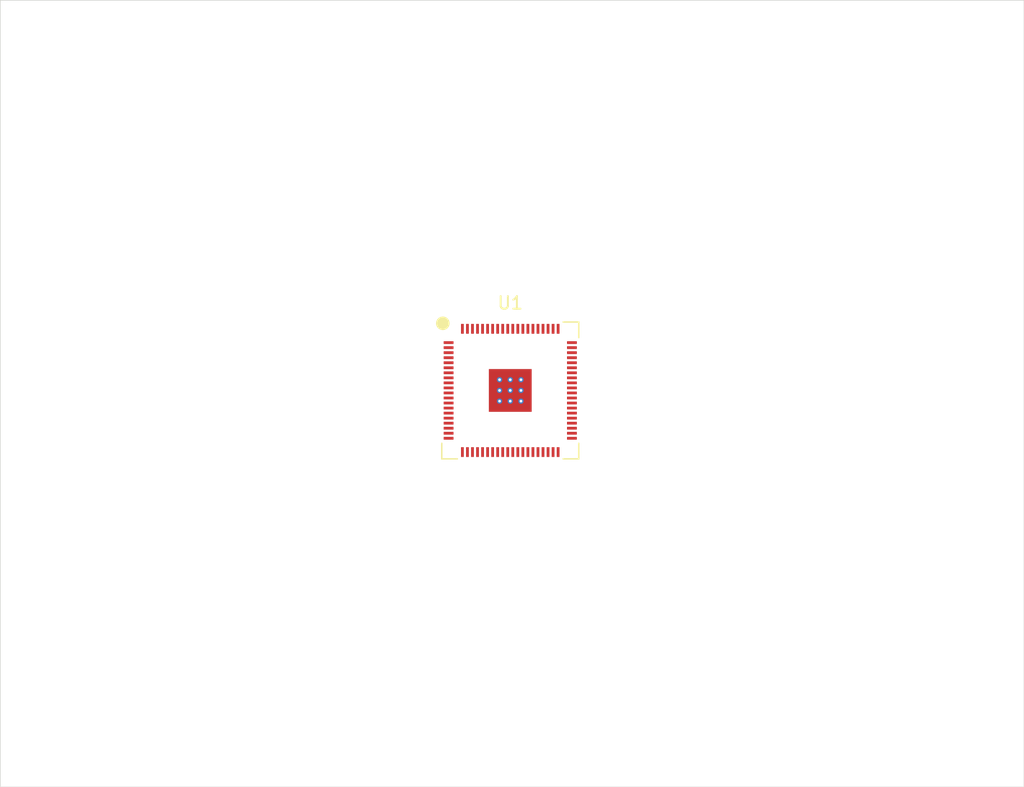
<source format=kicad_pcb>
(kicad_pcb (version 20241229) (generator "pcbnew") (generator_version "9.0")
  (layers (0 "F.Cu" signal) (2 "B.Cu" signal) (13 "F.Paste" user) (15 "B.Paste" user) (5 "F.SilkS" user "F.Silkscreen") (7 "B.SilkS" user "B.Silkscreen") (1 "F.Mask" user) (3 "B.Mask" user) (25 "Edge.Cuts" user))
  (net 0 "")
  (net 1 "GND")
  (net 2 "/RP2350B MCU/GPIO2")
  (net 3 "/RP2350B MCU/GPIO20")
  (net 4 "Net-(U1-USB_DP)")
  (net 5 "+3V3")
  (net 6 "/RP2350B MCU/GPIO23")
  (net 7 "/RP2350B MCU/GPIO22")
  (net 8 "/RP2350B MCU/GPIO37")
  (net 9 "+1V1")
  (net 10 "/RP2350B MCU/XOUT")
  (net 11 "/RP2350B MCU/GPIO30")
  (net 12 "/RP2350B MCU/GPIO46_ADC6")
  (net 13 "/RP2350B MCU/GPIO21")
  (net 14 "/RP2350B MCU/VREG_AVDD")
  (net 15 "/RP2350B MCU/GPIO40_ADC0")
  (net 16 "/RP2350B MCU/GPIO1")
  (net 17 "/RP2350B MCU/GPIO43_ADC3")
  (net 18 "/RP2350B MCU/GPIO45_ADC5")
  (net 19 "/RP2350B MCU/GPIO7")
  (net 20 "/RP2350B MCU/QSPI_SD1")
  (net 21 "/RP2350B MCU/SWCLK")
  (net 22 "/RP2350B MCU/GPIO11")
  (net 23 "/RP2350B MCU/GPIO19")
  (net 24 "/RP2350B MCU/QSPI_SCLK")
  (net 25 "/RP2350B MCU/GPIO24")
  (net 26 "/RP2350B MCU/GPIO27")
  (net 27 "/RP2350B MCU/GPIO15")
  (net 28 "/RP2350B MCU/GPIO25")
  (net 29 "/RP2350B MCU/GPIO26")
  (net 30 "/RP2350B MCU/GPIO34")
  (net 31 "Net-(U1-USB_DM)")
  (net 32 "/RP2350B MCU/GPIO47_ADC7")
  (net 33 "/RP2350B MCU/GPIO36")
  (net 34 "/RP2350B MCU/GPIO17")
  (net 35 "/RP2350B MCU/GPIO9")
  (net 36 "/RP2350B MCU/QSPI_SD3")
  (net 37 "/RP2350B MCU/GPIO44_ADC4")
  (net 38 "/RP2350B MCU/GPIO13")
  (net 39 "/RP2350B MCU/SWDIO")
  (net 40 "/RP2350B MCU/QSPI_SS")
  (net 41 "/RP2350B MCU/GPIO5")
  (net 42 "/RP2350B MCU/GPIO42_ADC2")
  (net 43 "/RP2350B MCU/GPIO12")
  (net 44 "/RP2350B MCU/GPIO32")
  (net 45 "/RP2350B MCU/GPIO14")
  (net 46 "/RP2350B MCU/GPIO16")
  (net 47 "/RP2350B MCU/GPIO39")
  (net 48 "/RP2350B MCU/GPIO31")
  (net 49 "/RP2350B MCU/GPIO8")
  (net 50 "/RP2350B MCU/QSPI_SD2")
  (net 51 "/RP2350B MCU/VREG_LX")
  (net 52 "/RP2350B MCU/XIN")
  (net 53 "/RP2350B MCU/GPIO3")
  (net 54 "/RP2350B MCU/GPIO38")
  (net 55 "/RP2350B MCU/GPIO35")
  (net 56 "/RP2350B MCU/GPIO4")
  (net 57 "/RP2350B MCU/GPIO0")
  (net 58 "/RP2350B MCU/QSPI_SD0")
  (net 59 "/RP2350B MCU/GPIO6")
  (net 60 "/RP2350B MCU/GPIO41_ADC1")
  (net 61 "/RP2350B MCU/GPIO33")
  (net 62 "/RP2350B MCU/GPIO10")
  (net 63 "/RP2350B MCU/GPIO28")
  (net 64 "/RP2350B MCU/GPIO29")
  (net 65 "/RP2350B MCU/GPIO18")
  (net 66 "/RP2350B MCU/RUN")
  (footprint "REGI:RP2350B_QFN-80_EP_10.573x10.573_Pitch0.4mm" (layer "F.Cu") (at 135.65 92.0535)
    (property "Reference" "U1" (at 0 -6.95 0) (layer "F.SilkS"))
    (property "Value" "RP2350B-QFN80")
    (fp_line (start -5.4365 5.4365) (end -5.4365 4.2) (stroke (width 0.12)) (layer "F.SilkS"))
    (fp_line (start -4.2 5.4365) (end -5.4365 5.4365) (stroke (width 0.12)) (layer "F.SilkS"))
    (fp_line (start 4.2 -5.4365) (end 5.4365 -5.4365) (stroke (width 0.12)) (layer "F.SilkS"))
    (fp_line (start 4.2 5.4365) (end 5.4365 5.4365) (stroke (width 0.12)) (layer "F.SilkS"))
    (fp_line (start 5.4365 -5.4365) (end 5.4365 -4.2) (stroke (width 0.12)) (layer "F.SilkS"))
    (fp_line (start 5.4365 5.4365) (end 5.4365 4.2) (stroke (width 0.12)) (layer "F.SilkS"))
    (fp_circle (center -5.356046 -5.334) (end -4.8768 -5.334) (stroke (width 0.12)) (fill yes) (layer "F.SilkS"))
    (pad "1" smd rect (at -4.8965 -3.8 90) (size 0.22 0.78) (layers "F.Cu" "F.Mask" "F.Paste") (net 56 "/RP2350B MCU/GPIO4"))
    (pad "2" smd rect (at -4.8965 -3.4 90) (size 0.22 0.78) (layers "F.Cu" "F.Mask" "F.Paste") (net 41 "/RP2350B MCU/GPIO5"))
    (pad "3" smd rect (at -4.8965 -3 90) (size 0.22 0.78) (layers "F.Cu" "F.Mask" "F.Paste") (net 59 "/RP2350B MCU/GPIO6"))
    (pad "4" smd rect (at -4.8965 -2.6 90) (size 0.22 0.78) (layers "F.Cu" "F.Mask" "F.Paste") (net 19 "/RP2350B MCU/GPIO7"))
    (pad "5" smd rect (at -4.8965 -2.2 90) (size 0.22 0.78) (layers "F.Cu" "F.Mask" "F.Paste") (net 5 "+3V3"))
    (pad "6" smd rect (at -4.8965 -1.8 90) (size 0.22 0.78) (layers "F.Cu" "F.Mask" "F.Paste") (net 49 "/RP2350B MCU/GPIO8"))
    (pad "7" smd rect (at -4.8965 -1.4 90) (size 0.22 0.78) (layers "F.Cu" "F.Mask" "F.Paste") (net 35 "/RP2350B MCU/GPIO9"))
    (pad "8" smd rect (at -4.8965 -1 90) (size 0.22 0.78) (layers "F.Cu" "F.Mask" "F.Paste") (net 62 "/RP2350B MCU/GPIO10"))
    (pad "9" smd rect (at -4.8965 -0.6 90) (size 0.22 0.78) (layers "F.Cu" "F.Mask" "F.Paste") (net 22 "/RP2350B MCU/GPIO11"))
    (pad "10" smd rect (at -4.8965 -0.2 90) (size 0.22 0.78) (layers "F.Cu" "F.Mask" "F.Paste") (net 9 "+1V1"))
    (pad "11" smd rect (at -4.8965 0.2 90) (size 0.22 0.78) (layers "F.Cu" "F.Mask" "F.Paste") (net 43 "/RP2350B MCU/GPIO12"))
    (pad "12" smd rect (at -4.8965 0.6 90) (size 0.22 0.78) (layers "F.Cu" "F.Mask" "F.Paste") (net 38 "/RP2350B MCU/GPIO13"))
    (pad "13" smd rect (at -4.8965 1 90) (size 0.22 0.78) (layers "F.Cu" "F.Mask" "F.Paste") (net 45 "/RP2350B MCU/GPIO14"))
    (pad "14" smd rect (at -4.8965 1.4 90) (size 0.22 0.78) (layers "F.Cu" "F.Mask" "F.Paste") (net 27 "/RP2350B MCU/GPIO15"))
    (pad "15" smd rect (at -4.8965 1.8 90) (size 0.22 0.78) (layers "F.Cu" "F.Mask" "F.Paste") (net 5 "+3V3"))
    (pad "16" smd rect (at -4.8965 2.2 90) (size 0.22 0.78) (layers "F.Cu" "F.Mask" "F.Paste") (net 46 "/RP2350B MCU/GPIO16"))
    (pad "17" smd rect (at -4.8965 2.6 90) (size 0.22 0.78) (layers "F.Cu" "F.Mask" "F.Paste") (net 34 "/RP2350B MCU/GPIO17"))
    (pad "18" smd rect (at -4.8965 3 90) (size 0.22 0.78) (layers "F.Cu" "F.Mask" "F.Paste") (net 65 "/RP2350B MCU/GPIO18"))
    (pad "19" smd rect (at -4.8965 3.4 90) (size 0.22 0.78) (layers "F.Cu" "F.Mask" "F.Paste") (net 23 "/RP2350B MCU/GPIO19"))
    (pad "20" smd rect (at -4.8965 3.8 90) (size 0.22 0.78) (layers "F.Cu" "F.Mask" "F.Paste") (net 3 "/RP2350B MCU/GPIO20"))
    (pad "21" smd rect (at -3.8 4.8965) (size 0.22 0.78) (layers "F.Cu" "F.Mask" "F.Paste") (net 13 "/RP2350B MCU/GPIO21"))
    (pad "22" smd rect (at -3.4 4.8965) (size 0.22 0.78) (layers "F.Cu" "F.Mask" "F.Paste") (net 7 "/RP2350B MCU/GPIO22"))
    (pad "23" smd rect (at -3 4.8965) (size 0.22 0.78) (layers "F.Cu" "F.Mask" "F.Paste") (net 6 "/RP2350B MCU/GPIO23"))
    (pad "24" smd rect (at -2.6 4.8965) (size 0.22 0.78) (layers "F.Cu" "F.Mask" "F.Paste") (net 5 "+3V3"))
    (pad "25" smd rect (at -2.2 4.8965) (size 0.22 0.78) (layers "F.Cu" "F.Mask" "F.Paste") (net 25 "/RP2350B MCU/GPIO24"))
    (pad "26" smd rect (at -1.8 4.8965) (size 0.22 0.78) (layers "F.Cu" "F.Mask" "F.Paste") (net 28 "/RP2350B MCU/GPIO25"))
    (pad "27" smd rect (at -1.4 4.8965) (size 0.22 0.78) (layers "F.Cu" "F.Mask" "F.Paste") (net 29 "/RP2350B MCU/GPIO26"))
    (pad "28" smd rect (at -1 4.8965) (size 0.22 0.78) (layers "F.Cu" "F.Mask" "F.Paste") (net 26 "/RP2350B MCU/GPIO27"))
    (pad "29" smd rect (at -0.6 4.8965) (size 0.22 0.78) (layers "F.Cu" "F.Mask" "F.Paste") (net 5 "+3V3"))
    (pad "30" smd rect (at -0.2 4.8965) (size 0.22 0.78) (layers "F.Cu" "F.Mask" "F.Paste") (net 52 "/RP2350B MCU/XIN"))
    (pad "31" smd rect (at 0.2 4.8965) (size 0.22 0.78) (layers "F.Cu" "F.Mask" "F.Paste") (net 10 "/RP2350B MCU/XOUT"))
    (pad "32" smd rect (at 0.6 4.8965) (size 0.22 0.78) (layers "F.Cu" "F.Mask" "F.Paste") (net 9 "+1V1"))
    (pad "33" smd rect (at 1 4.8965) (size 0.22 0.78) (layers "F.Cu" "F.Mask" "F.Paste") (net 21 "/RP2350B MCU/SWCLK"))
    (pad "34" smd rect (at 1.4 4.8965) (size 0.22 0.78) (layers "F.Cu" "F.Mask" "F.Paste") (net 39 "/RP2350B MCU/SWDIO"))
    (pad "35" smd rect (at 1.8 4.8965) (size 0.22 0.78) (layers "F.Cu" "F.Mask" "F.Paste") (net 66 "/RP2350B MCU/RUN"))
    (pad "36" smd rect (at 2.2 4.8965) (size 0.22 0.78) (layers "F.Cu" "F.Mask" "F.Paste") (net 63 "/RP2350B MCU/GPIO28"))
    (pad "37" smd rect (at 2.6 4.8965) (size 0.22 0.78) (layers "F.Cu" "F.Mask" "F.Paste") (net 64 "/RP2350B MCU/GPIO29"))
    (pad "38" smd rect (at 3 4.8965) (size 0.22 0.78) (layers "F.Cu" "F.Mask" "F.Paste") (net 11 "/RP2350B MCU/GPIO30"))
    (pad "39" smd rect (at 3.4 4.8965) (size 0.22 0.78) (layers "F.Cu" "F.Mask" "F.Paste") (net 48 "/RP2350B MCU/GPIO31"))
    (pad "40" smd rect (at 3.8 4.8965) (size 0.22 0.78) (layers "F.Cu" "F.Mask" "F.Paste") (net 44 "/RP2350B MCU/GPIO32"))
    (pad "41" smd rect (at 4.8965 3.8 90) (size 0.22 0.78) (layers "F.Cu" "F.Mask" "F.Paste") (net 5 "+3V3"))
    (pad "42" smd rect (at 4.8965 3.4 90) (size 0.22 0.78) (layers "F.Cu" "F.Mask" "F.Paste") (net 61 "/RP2350B MCU/GPIO33"))
    (pad "43" smd rect (at 4.8965 3 90) (size 0.22 0.78) (layers "F.Cu" "F.Mask" "F.Paste") (net 30 "/RP2350B MCU/GPIO34"))
    (pad "44" smd rect (at 4.8965 2.6 90) (size 0.22 0.78) (layers "F.Cu" "F.Mask" "F.Paste") (net 55 "/RP2350B MCU/GPIO35"))
    (pad "45" smd rect (at 4.8965 2.2 90) (size 0.22 0.78) (layers "F.Cu" "F.Mask" "F.Paste") (net 33 "/RP2350B MCU/GPIO36"))
    (pad "46" smd rect (at 4.8965 1.8 90) (size 0.22 0.78) (layers "F.Cu" "F.Mask" "F.Paste") (net 8 "/RP2350B MCU/GPIO37"))
    (pad "47" smd rect (at 4.8965 1.4 90) (size 0.22 0.78) (layers "F.Cu" "F.Mask" "F.Paste") (net 54 "/RP2350B MCU/GPIO38"))
    (pad "48" smd rect (at 4.8965 1 90) (size 0.22 0.78) (layers "F.Cu" "F.Mask" "F.Paste") (net 47 "/RP2350B MCU/GPIO39"))
    (pad "49" smd rect (at 4.8965 0.6 90) (size 0.22 0.78) (layers "F.Cu" "F.Mask" "F.Paste") (net 15 "/RP2350B MCU/GPIO40_ADC0"))
    (pad "50" smd rect (at 4.8965 0.2 90) (size 0.22 0.78) (layers "F.Cu" "F.Mask" "F.Paste") (net 5 "+3V3"))
    (pad "51" smd rect (at 4.8965 -0.2 90) (size 0.22 0.78) (layers "F.Cu" "F.Mask" "F.Paste") (net 9 "+1V1"))
    (pad "52" smd rect (at 4.8965 -0.6 90) (size 0.22 0.78) (layers "F.Cu" "F.Mask" "F.Paste") (net 60 "/RP2350B MCU/GPIO41_ADC1"))
    (pad "53" smd rect (at 4.8965 -1 90) (size 0.22 0.78) (layers "F.Cu" "F.Mask" "F.Paste") (net 42 "/RP2350B MCU/GPIO42_ADC2"))
    (pad "54" smd rect (at 4.8965 -1.4 90) (size 0.22 0.78) (layers "F.Cu" "F.Mask" "F.Paste") (net 17 "/RP2350B MCU/GPIO43_ADC3"))
    (pad "55" smd rect (at 4.8965 -1.8 90) (size 0.22 0.78) (layers "F.Cu" "F.Mask" "F.Paste") (net 37 "/RP2350B MCU/GPIO44_ADC4"))
    (pad "56" smd rect (at 4.8965 -2.2 90) (size 0.22 0.78) (layers "F.Cu" "F.Mask" "F.Paste") (net 18 "/RP2350B MCU/GPIO45_ADC5"))
    (pad "57" smd rect (at 4.8965 -2.6 90) (size 0.22 0.78) (layers "F.Cu" "F.Mask" "F.Paste") (net 12 "/RP2350B MCU/GPIO46_ADC6"))
    (pad "58" smd rect (at 4.8965 -3 90) (size 0.22 0.78) (layers "F.Cu" "F.Mask" "F.Paste") (net 32 "/RP2350B MCU/GPIO47_ADC7"))
    (pad "59" smd rect (at 4.8965 -3.4 90) (size 0.22 0.78) (layers "F.Cu" "F.Mask" "F.Paste") (net 5 "+3V3"))
    (pad "60" smd rect (at 4.8965 -3.8 90) (size 0.22 0.78) (layers "F.Cu" "F.Mask" "F.Paste") (net 5 "+3V3"))
    (pad "61" smd rect (at 3.8 -4.8965) (size 0.22 0.78) (layers "F.Cu" "F.Mask" "F.Paste") (net 14 "/RP2350B MCU/VREG_AVDD"))
    (pad "62" smd rect (at 3.4 -4.8965) (size 0.22 0.78) (layers "F.Cu" "F.Mask" "F.Paste") (net 1 "GND"))
    (pad "63" smd rect (at 3 -4.8965) (size 0.22 0.78) (layers "F.Cu" "F.Mask" "F.Paste") (net 51 "/RP2350B MCU/VREG_LX"))
    (pad "64" smd rect (at 2.6 -4.8965) (size 0.22 0.78) (layers "F.Cu" "F.Mask" "F.Paste") (net 5 "+3V3"))
    (pad "65" smd rect (at 2.2 -4.8965) (size 0.22 0.78) (layers "F.Cu" "F.Mask" "F.Paste") (net 9 "+1V1"))
    (pad "66" smd rect (at 1.8 -4.8965) (size 0.22 0.78) (layers "F.Cu" "F.Mask" "F.Paste") (net 31 "Net-(U1-USB_DM)"))
    (pad "67" smd rect (at 1.4 -4.8965) (size 0.22 0.78) (layers "F.Cu" "F.Mask" "F.Paste") (net 4 "Net-(U1-USB_DP)"))
    (pad "68" smd rect (at 1 -4.8965) (size 0.22 0.78) (layers "F.Cu" "F.Mask" "F.Paste") (net 5 "+3V3"))
    (pad "69" smd rect (at 0.6 -4.8965) (size 0.22 0.78) (layers "F.Cu" "F.Mask" "F.Paste") (net 5 "+3V3"))
    (pad "70" smd rect (at 0.2 -4.8965) (size 0.22 0.78) (layers "F.Cu" "F.Mask" "F.Paste") (net 36 "/RP2350B MCU/QSPI_SD3"))
    (pad "71" smd rect (at -0.2 -4.8965) (size 0.22 0.78) (layers "F.Cu" "F.Mask" "F.Paste") (net 24 "/RP2350B MCU/QSPI_SCLK"))
    (pad "72" smd rect (at -0.6 -4.8965) (size 0.22 0.78) (layers "F.Cu" "F.Mask" "F.Paste") (net 58 "/RP2350B MCU/QSPI_SD0"))
    (pad "73" smd rect (at -1 -4.8965) (size 0.22 0.78) (layers "F.Cu" "F.Mask" "F.Paste") (net 50 "/RP2350B MCU/QSPI_SD2"))
    (pad "74" smd rect (at -1.4 -4.8965) (size 0.22 0.78) (layers "F.Cu" "F.Mask" "F.Paste") (net 20 "/RP2350B MCU/QSPI_SD1"))
    (pad "75" smd rect (at -1.8 -4.8965) (size 0.22 0.78) (layers "F.Cu" "F.Mask" "F.Paste") (net 40 "/RP2350B MCU/QSPI_SS"))
    (pad "76" smd rect (at -2.2 -4.8965) (size 0.22 0.78) (layers "F.Cu" "F.Mask" "F.Paste") (net 5 "+3V3"))
    (pad "77" smd rect (at -2.6 -4.8965) (size 0.22 0.78) (layers "F.Cu" "F.Mask" "F.Paste") (net 57 "/RP2350B MCU/GPIO0"))
    (pad "78" smd rect (at -3 -4.8965) (size 0.22 0.78) (layers "F.Cu" "F.Mask" "F.Paste") (net 16 "/RP2350B MCU/GPIO1"))
    (pad "79" smd rect (at -3.4 -4.8965) (size 0.22 0.78) (layers "F.Cu" "F.Mask" "F.Paste") (net 2 "/RP2350B MCU/GPIO2"))
    (pad "80" smd rect (at -3.8 -4.8965) (size 0.22 0.78) (layers "F.Cu" "F.Mask" "F.Paste") (net 53 "/RP2350B MCU/GPIO3"))
    (pad "81" thru_hole circle (at -0.85 -0.85) (size 0.425 0.425) (drill 0.2125) (property pad_prop_heatsink) (layers "*.Cu" "*.Mask") (net 1 "GND"))
    (pad "81" thru_hole circle (at -0.85 0) (size 0.425 0.425) (drill 0.2125) (property pad_prop_heatsink) (layers "*.Cu" "*.Mask") (net 1 "GND"))
    (pad "81" thru_hole circle (at -0.85 0.85) (size 0.425 0.425) (drill 0.2125) (property pad_prop_heatsink) (layers "*.Cu" "*.Mask") (net 1 "GND"))
    (pad "81" thru_hole circle (at 0 -0.85) (size 0.425 0.425) (drill 0.2125) (property pad_prop_heatsink) (layers "*.Cu" "*.Mask") (net 1 "GND"))
    (pad "81" thru_hole circle (at 0 0) (size 0.425 0.425) (drill 0.2125) (property pad_prop_heatsink) (layers "*.Cu" "*.Mask") (net 1 "GND"))
    (pad "81" smd rect (at 0 0) (size 3.4 3.4) (layers "F.Cu" "F.Mask") (net 1 "GND"))
    (pad "81" thru_hole circle (at 0 0.85) (size 0.425 0.425) (drill 0.2125) (property pad_prop_heatsink) (layers "*.Cu" "*.Mask") (net 1 "GND"))
    (pad "81" thru_hole circle (at 0.85 -0.85) (size 0.425 0.425) (drill 0.2125) (property pad_prop_heatsink) (layers "*.Cu" "*.Mask") (net 1 "GND"))
    (pad "81" thru_hole circle (at 0.85 0) (size 0.425 0.425) (drill 0.2125) (property pad_prop_heatsink) (layers "*.Cu" "*.Mask") (net 1 "GND"))
    (pad "81" thru_hole circle (at 0.85 0.85) (size 0.425 0.425) (drill 0.2125) (property pad_prop_heatsink) (layers "*.Cu" "*.Mask") (net 1 "GND"))
  )
  (gr_rect (start 95.16 61.058) (end 176.44 123.542) (stroke (width 0.05)) (fill no) (layer "Edge.Cuts"))
)
</source>
